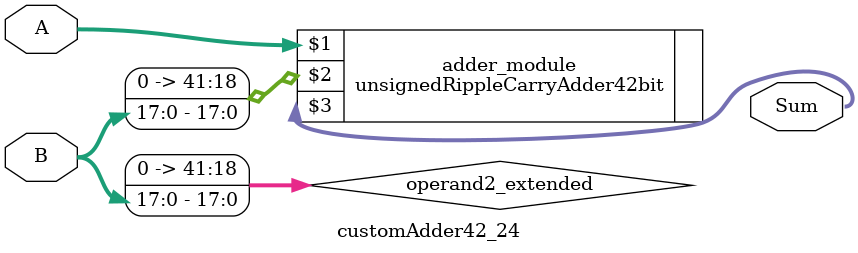
<source format=v>
module customAdder42_24(
                        input [41 : 0] A,
                        input [17 : 0] B,
                        
                        output [42 : 0] Sum
                );

        wire [41 : 0] operand2_extended;
        
        assign operand2_extended =  {24'b0, B};
        
        unsignedRippleCarryAdder42bit adder_module(
            A,
            operand2_extended,
            Sum
        );
        
        endmodule
        
</source>
